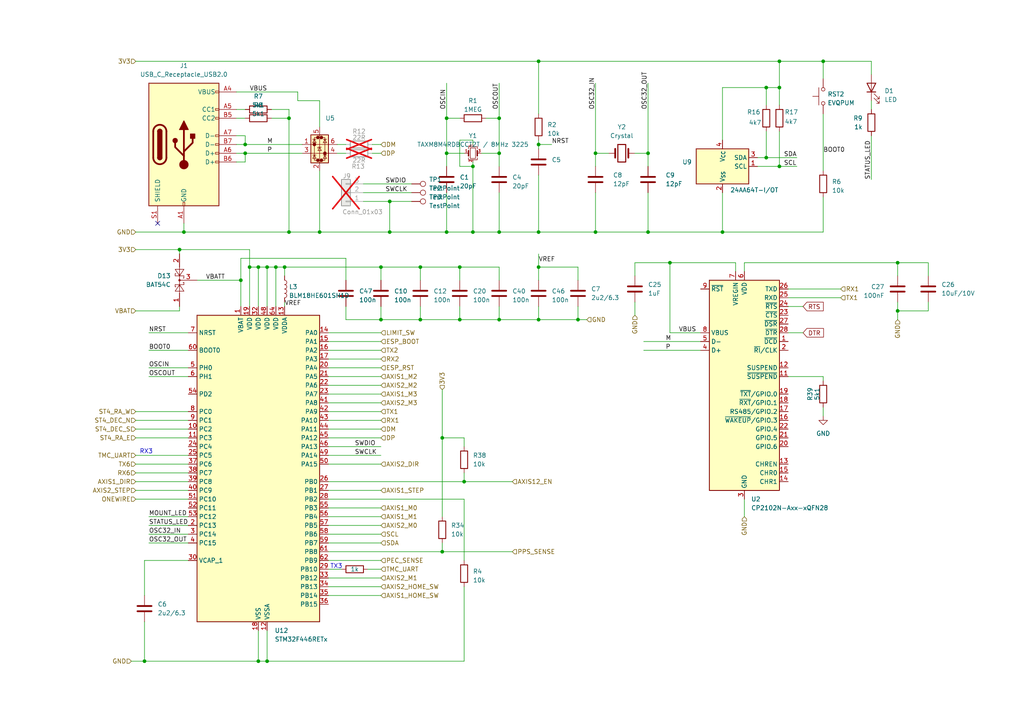
<source format=kicad_sch>
(kicad_sch (version 20250114) (generator "eeschema") (generator_version "9.0")
  (paper "A4")
  (lib_symbols
    (symbol "Connector:TestPoint" (pin_numbers (hide yes)) (pin_names (offset 0.762) (hide yes))
      (property "Reference" "TP" (at 0 6.858 0))
      (property "Value" "TestPoint" (at 0 5.08 0))
      (symbol "TestPoint_1_1"
        (pin passive line (at 0 0 90) (length 2.54) (name "1") (number "1"))
      )
    )
    (symbol "Connector:USB_C_Receptacle_USB2.0_14P" (pin_names (offset 1.016))
      (property "Reference" "J" (at 0 22.225 0))
      (property "Value" "USB_C_Receptacle_USB2.0_14P" (at 0 19.685 0))
      (symbol "USB_C_Receptacle_USB2.0_14P_1_1"
        (pin passive line (at -7.62 -22.86 90) (length 5.08) (name "SHIELD") (number "S1"))
        (pin passive line (at 0 -22.86 90) (length 5.08) (name "GND") (number "A1"))
        (pin passive line (at 0 -22.86 90) (length 5.08) (hide yes) (name "GND") (number "A12"))
        (pin passive line (at 0 -22.86 90) (length 5.08) (hide yes) (name "GND") (number "B1"))
        (pin passive line (at 0 -22.86 90) (length 5.08) (hide yes) (name "GND") (number "B12"))
        (pin passive line (at 15.24 15.24 180) (length 5.08) (name "VBUS") (number "A4"))
        (pin passive line (at 15.24 15.24 180) (length 5.08) (hide yes) (name "VBUS") (number "A9"))
        (pin passive line (at 15.24 15.24 180) (length 5.08) (hide yes) (name "VBUS") (number "B4"))
        (pin passive line (at 15.24 15.24 180) (length 5.08) (hide yes) (name "VBUS") (number "B9"))
        (pin bidirectional line (at 15.24 10.16 180) (length 5.08) (name "CC1") (number "A5"))
        (pin bidirectional line (at 15.24 7.62 180) (length 5.08) (name "CC2") (number "B5"))
        (pin bidirectional line (at 15.24 2.54 180) (length 5.08) (name "D-") (number "A7"))
        (pin bidirectional line (at 15.24 0 180) (length 5.08) (name "D-") (number "B7"))
        (pin bidirectional line (at 15.24 -2.54 180) (length 5.08) (name "D+") (number "A6"))
        (pin bidirectional line (at 15.24 -5.08 180) (length 5.08) (name "D+") (number "B6"))
      )
    )
    (symbol "Connector_Generic:Conn_01x03" (pin_names (offset 1.016) (hide yes))
      (property "Reference" "J" (at 0 5.08 0))
      (property "Value" "Conn_01x03" (at 0 -5.08 0))
      (symbol "Conn_01x03_1_1"
        (pin passive line (at -5.08 2.54 0) (length 3.81) (name "Pin_1") (number "1"))
        (pin passive line (at -5.08 0 0) (length 3.81) (name "Pin_2") (number "2"))
        (pin passive line (at -5.08 -2.54 0) (length 3.81) (name "Pin_3") (number "3"))
      )
    )
    (symbol "Device:C" (pin_numbers (hide yes)) (pin_names (offset 0.254))
      (property "Reference" "C" (at 0.635 2.54 0))
      (property "Value" "C" (at 0.635 -2.54 0))
      (symbol "C_1_1"
        (pin passive line (at 0 3.81 270) (length 2.794) (name "~") (number "1"))
        (pin passive line (at 0 -3.81 90) (length 2.794) (name "~") (number "2"))
      )
    )
    (symbol "Device:Crystal" (pin_numbers (hide yes)) (pin_names (offset 1.016) (hide yes))
      (property "Reference" "Y" (at 0 3.81 0))
      (property "Value" "Crystal" (at 0 -3.81 0))
      (symbol "Crystal_1_1"
        (pin passive line (at -3.81 0 0) (length 1.27) (name "1") (number "1"))
        (pin passive line (at 3.81 0 180) (length 1.27) (name "2") (number "2"))
      )
    )
    (symbol "Device:Crystal_GND24_Small" (pin_names (offset 1.016) (hide yes))
      (property "Reference" "Y" (at 1.27 4.445 0))
      (property "Value" "Crystal_GND24_Small" (at 1.27 2.54 0))
      (symbol "Crystal_GND24_Small_1_1"
        (pin passive line (at -2.54 0 0) (length 1.27) (name "1") (number "1"))
        (pin passive line (at 0 2.54 270) (length 0.635) (name "4") (number "4"))
        (pin passive line (at 0 -2.54 90) (length 0.635) (name "2") (number "2"))
        (pin passive line (at 2.54 0 180) (length 1.27) (name "3") (number "3"))
      )
    )
    (symbol "Device:L" (pin_numbers (hide yes)) (pin_names (offset 1.016) (hide yes))
      (property "Reference" "L" (at -1.27 0 90))
      (property "Value" "L" (at 1.905 0 90))
      (symbol "L_1_1"
        (pin passive line (at 0 3.81 270) (length 1.27) (name "1") (number "1"))
        (pin passive line (at 0 -3.81 90) (length 1.27) (name "2") (number "2"))
      )
    )
    (symbol "Device:LED" (pin_numbers (hide yes)) (pin_names (offset 1.016) (hide yes))
      (property "Reference" "D" (at 0 2.54 0))
      (property "Value" "LED" (at 0 -2.54 0))
      (symbol "LED_1_1"
        (pin passive line (at -3.81 0 0) (length 2.54) (name "K") (number "1"))
        (pin passive line (at 3.81 0 180) (length 2.54) (name "A") (number "2"))
      )
    )
    (symbol "Device:R" (pin_numbers (hide yes)) (pin_names (offset 0))
      (property "Reference" "R" (at 2.032 0 90))
      (property "Value" "R" (at 0 0 90))
      (symbol "R_1_1"
        (pin passive line (at 0 3.81 270) (length 1.27) (name "~") (number "1"))
        (pin passive line (at 0 -3.81 90) (length 1.27) (name "~") (number "2"))
      )
    )
    (symbol "Diode:BAT54C" (pin_names (offset 1.016))
      (property "Reference" "D" (at 0.635 -3.81 0))
      (property "Value" "BAT54C" (at -6.35 3.175 0))
      (symbol "BAT54C_1_1"
        (pin passive line (at -7.62 0 0) (length 3.81) (name "~") (number "1"))
        (pin passive line (at 0 -5.08 90) (length 5.08) (name "~") (number "3"))
        (pin passive line (at 7.62 0 180) (length 3.81) (name "~") (number "2"))
      )
    )
    (symbol "Interface_USB:CP2102N-Axx-xQFN28"
      (property "Reference" "U" (at -8.89 31.75 0))
      (property "Value" "CP2102N-Axx-xQFN28" (at 12.7 31.75 0))
      (symbol "CP2102N-Axx-xQFN28_1_1"
        (pin input line (at -12.7 27.94 0) (length 2.54) (name "~{RST}") (number "9"))
        (pin input line (at -12.7 15.24 0) (length 2.54) (name "VBUS") (number "8"))
        (pin bidirectional line (at -12.7 12.7 0) (length 2.54) (name "D-") (number "5"))
        (pin bidirectional line (at -12.7 10.16 0) (length 2.54) (name "D+") (number "4"))
        (pin no_connect line (at -10.16 -27.94 0) (length 2.54) (hide yes) (name "NC") (number "10"))
        (pin power_in line (at -2.54 33.02 270) (length 2.54) (name "VREGIN") (number "7"))
        (pin power_in line (at 0 33.02 270) (length 2.54) (name "VDD") (number "6"))
        (pin passive line (at 0 -33.02 90) (length 2.54) (hide yes) (name "GND") (number "29"))
        (pin power_in line (at 0 -33.02 90) (length 2.54) (name "GND") (number "3"))
        (pin output line (at 12.7 27.94 180) (length 2.54) (name "TXD") (number "26"))
        (pin input line (at 12.7 25.4 180) (length 2.54) (name "RXD") (number "25"))
        (pin output line (at 12.7 22.86 180) (length 2.54) (name "~{RTS}") (number "24"))
        (pin input line (at 12.7 20.32 180) (length 2.54) (name "~{CTS}") (number "23"))
        (pin input line (at 12.7 17.78 180) (length 2.54) (name "~{DSR}") (number "27"))
        (pin output line (at 12.7 15.24 180) (length 2.54) (name "~{DTR}") (number "28"))
        (pin input line (at 12.7 12.7 180) (length 2.54) (name "~{DCD}") (number "1"))
        (pin bidirectional line (at 12.7 10.16 180) (length 2.54) (name "~{RI}/CLK") (number "2"))
        (pin output line (at 12.7 5.08 180) (length 2.54) (name "SUSPEND") (number "12"))
        (pin output line (at 12.7 2.54 180) (length 2.54) (name "~{SUSPEND}") (number "11"))
        (pin bidirectional line (at 12.7 -2.54 180) (length 2.54) (name "~{TXT}/GPIO.0") (number "19"))
        (pin bidirectional line (at 12.7 -5.08 180) (length 2.54) (name "~{RXT}/GPIO.1") (number "18"))
        (pin bidirectional line (at 12.7 -7.62 180) (length 2.54) (name "RS485/GPIO.2") (number "17"))
        (pin bidirectional line (at 12.7 -10.16 180) (length 2.54) (name "~{WAKEUP}/GPIO.3") (number "16"))
        (pin bidirectional line (at 12.7 -12.7 180) (length 2.54) (name "GPIO.4") (number "22"))
        (pin bidirectional line (at 12.7 -15.24 180) (length 2.54) (name "GPIO.5") (number "21"))
        (pin bidirectional line (at 12.7 -17.78 180) (length 2.54) (name "GPIO.6") (number "20"))
        (pin output line (at 12.7 -22.86 180) (length 2.54) (name "CHREN") (number "13"))
        (pin output line (at 12.7 -25.4 180) (length 2.54) (name "CHR0") (number "15"))
        (pin output line (at 12.7 -27.94 180) (length 2.54) (name "CHR1") (number "14"))
      )
    )
    (symbol "MCU_ST_STM32F4:STM32F446RETx"
      (property "Reference" "U" (at -17.78 46.99 0))
      (property "Value" "STM32F446RETx" (at 10.16 46.99 0))
      (symbol "STM32F446RETx_1_1"
        (pin input line (at -20.32 40.64 0) (length 2.54) (name "NRST") (number "7"))
        (pin input line (at -20.32 35.56 0) (length 2.54) (name "BOOT0") (number "60"))
        (pin bidirectional line (at -20.32 30.48 0) (length 2.54) (name "PH0") (number "5"))
        (pin bidirectional line (at -20.32 27.94 0) (length 2.54) (name "PH1") (number "6"))
        (pin bidirectional line (at -20.32 22.86 0) (length 2.54) (name "PD2") (number "54"))
        (pin bidirectional line (at -20.32 17.78 0) (length 2.54) (name "PC0") (number "8"))
        (pin bidirectional line (at -20.32 15.24 0) (length 2.54) (name "PC1") (number "9"))
        (pin bidirectional line (at -20.32 12.7 0) (length 2.54) (name "PC2") (number "10"))
        (pin bidirectional line (at -20.32 10.16 0) (length 2.54) (name "PC3") (number "11"))
        (pin bidirectional line (at -20.32 7.62 0) (length 2.54) (name "PC4") (number "24"))
        (pin bidirectional line (at -20.32 5.08 0) (length 2.54) (name "PC5") (number "25"))
        (pin bidirectional line (at -20.32 2.54 0) (length 2.54) (name "PC6") (number "37"))
        (pin bidirectional line (at -20.32 0 0) (length 2.54) (name "PC7") (number "38"))
        (pin bidirectional line (at -20.32 -2.54 0) (length 2.54) (name "PC8") (number "39"))
        (pin bidirectional line (at -20.32 -5.08 0) (length 2.54) (name "PC9") (number "40"))
        (pin bidirectional line (at -20.32 -7.62 0) (length 2.54) (name "PC10") (number "51"))
        (pin bidirectional line (at -20.32 -10.16 0) (length 2.54) (name "PC11") (number "52"))
        (pin bidirectional line (at -20.32 -12.7 0) (length 2.54) (name "PC12") (number "53"))
        (pin bidirectional line (at -20.32 -15.24 0) (length 2.54) (name "PC13") (number "2"))
        (pin bidirectional line (at -20.32 -17.78 0) (length 2.54) (name "PC14") (number "3"))
        (pin bidirectional line (at -20.32 -20.32 0) (length 2.54) (name "PC15") (number "4"))
        (pin power_out line (at -20.32 -25.4 0) (length 2.54) (name "VCAP_1") (number "30"))
        (pin power_in line (at -5.08 48.26 270) (length 2.54) (name "VBAT") (number "1"))
        (pin power_in line (at -2.54 48.26 270) (length 2.54) (name "VDD") (number "19"))
        (pin power_in line (at 0 48.26 270) (length 2.54) (name "VDD") (number "32"))
        (pin power_in line (at 0 -45.72 90) (length 2.54) (name "VSS") (number "18"))
        (pin passive line (at 0 -45.72 90) (length 2.54) (hide yes) (name "VSS") (number "31"))
        (pin passive line (at 0 -45.72 90) (length 2.54) (hide yes) (name "VSS") (number "47"))
        (pin passive line (at 0 -45.72 90) (length 2.54) (hide yes) (name "VSS") (number "63"))
        (pin power_in line (at 2.54 48.26 270) (length 2.54) (name "VDD") (number "48"))
        (pin power_in line (at 2.54 -45.72 90) (length 2.54) (name "VSSA") (number "12"))
        (pin power_in line (at 5.08 48.26 270) (length 2.54) (name "VDD") (number "64"))
        (pin power_in line (at 7.62 48.26 270) (length 2.54) (name "VDDA") (number "13"))
        (pin bidirectional line (at 20.32 40.64 180) (length 2.54) (name "PA0") (number "14"))
        (pin bidirectional line (at 20.32 38.1 180) (length 2.54) (name "PA1") (number "15"))
        (pin bidirectional line (at 20.32 35.56 180) (length 2.54) (name "PA2") (number "16"))
        (pin bidirectional line (at 20.32 33.02 180) (length 2.54) (name "PA3") (number "17"))
        (pin bidirectional line (at 20.32 30.48 180) (length 2.54) (name "PA4") (number "20"))
        (pin bidirectional line (at 20.32 27.94 180) (length 2.54) (name "PA5") (number "21"))
        (pin bidirectional line (at 20.32 25.4 180) (length 2.54) (name "PA6") (number "22"))
        (pin bidirectional line (at 20.32 22.86 180) (length 2.54) (name "PA7") (number "23"))
        (pin bidirectional line (at 20.32 20.32 180) (length 2.54) (name "PA8") (number "41"))
        (pin bidirectional line (at 20.32 17.78 180) (length 2.54) (name "PA9") (number "42"))
        (pin bidirectional line (at 20.32 15.24 180) (length 2.54) (name "PA10") (number "43"))
        (pin bidirectional line (at 20.32 12.7 180) (length 2.54) (name "PA11") (number "44"))
        (pin bidirectional line (at 20.32 10.16 180) (length 2.54) (name "PA12") (number "45"))
        (pin bidirectional line (at 20.32 7.62 180) (length 2.54) (name "PA13") (number "46"))
        (pin bidirectional line (at 20.32 5.08 180) (length 2.54) (name "PA14") (number "49"))
        (pin bidirectional line (at 20.32 2.54 180) (length 2.54) (name "PA15") (number "50"))
        (pin bidirectional line (at 20.32 -2.54 180) (length 2.54) (name "PB0") (number "26"))
        (pin bidirectional line (at 20.32 -5.08 180) (length 2.54) (name "PB1") (number "27"))
        (pin bidirectional line (at 20.32 -7.62 180) (length 2.54) (name "PB2") (number "28"))
        (pin bidirectional line (at 20.32 -10.16 180) (length 2.54) (name "PB3") (number "55"))
        (pin bidirectional line (at 20.32 -12.7 180) (length 2.54) (name "PB4") (number "56"))
        (pin bidirectional line (at 20.32 -15.24 180) (length 2.54) (name "PB5") (number "57"))
        (pin bidirectional line (at 20.32 -17.78 180) (length 2.54) (name "PB6") (number "58"))
        (pin bidirectional line (at 20.32 -20.32 180) (length 2.54) (name "PB7") (number "59"))
        (pin bidirectional line (at 20.32 -22.86 180) (length 2.54) (name "PB8") (number "61"))
        (pin bidirectional line (at 20.32 -25.4 180) (length 2.54) (name "PB9") (number "62"))
        (pin bidirectional line (at 20.32 -27.94 180) (length 2.54) (name "PB10") (number "29"))
        (pin bidirectional line (at 20.32 -30.48 180) (length 2.54) (name "PB12") (number "33"))
        (pin bidirectional line (at 20.32 -33.02 180) (length 2.54) (name "PB13") (number "34"))
        (pin bidirectional line (at 20.32 -35.56 180) (length 2.54) (name "PB14") (number "35"))
        (pin bidirectional line (at 20.32 -38.1 180) (length 2.54) (name "PB15") (number "36"))
      )
    )
    (symbol "Memory_EEPROM:24AA02E-OT"
      (property "Reference" "U" (at -7.62 6.35 0))
      (property "Value" "24AA02E-OT" (at 2.54 -6.35 0))
      (symbol "24AA02E-OT_1_1"
        (pin no_connect line (at -10.16 0 0) (length 2.54) (hide yes) (name "NC") (number "5"))
        (pin power_in line (at 0 7.62 270) (length 2.54) (name "V_{CC}") (number "4"))
        (pin power_in line (at 0 -7.62 90) (length 2.54) (name "V_{SS}") (number "2"))
        (pin bidirectional line (at 10.16 2.54 180) (length 2.54) (name "SDA") (number "3"))
        (pin input line (at 10.16 0 180) (length 2.54) (name "SCL") (number "1"))
      )
    )
    (symbol "Power_Protection:USBLC6-2SC6" (pin_names (hide yes))
      (property "Reference" "U" (at 0.635 5.715 0))
      (property "Value" "USBLC6-2SC6" (at 0.635 3.81 0))
      (symbol "USBLC6-2SC6_1_1"
        (pin passive line (at -5.08 0 0) (length 2.54) (name "I/O1") (number "1"))
        (pin passive line (at -5.08 -2.54 0) (length 2.54) (name "I/O2") (number "3"))
        (pin passive line (at 0 5.08 270) (length 2.54) (name "VBUS") (number "5"))
        (pin passive line (at 0 -7.62 90) (length 2.54) (name "GND") (number "2"))
        (pin passive line (at 5.08 0 180) (length 2.54) (name "I/O1") (number "6"))
        (pin passive line (at 5.08 -2.54 180) (length 2.54) (name "I/O2") (number "4"))
      )
    )
    (symbol "Switch:SW_Push" (pin_numbers (hide yes)) (pin_names (offset 1.016) (hide yes))
      (property "Reference" "SW" (at 1.27 2.54 0))
      (property "Value" "SW_Push" (at 0 -1.524 0))
      (symbol "SW_Push_0_1"
        (pin passive line (at -5.08 0 0) (length 2.54) (name "1") (number "1"))
        (pin passive line (at 5.08 0 180) (length 2.54) (name "2") (number "2"))
      )
    )
    (symbol "power:GND" (power) (pin_names (offset 0))
      (property "Value" "GND" (at 0 -3.81 0))
      (symbol "GND_1_1"
        (pin power_in line (at 0 0 270) (length 0) (hide yes) (name "GND") (number "1"))
      )
    )
  )
  (text "TX3" (at 97.536 164.338 0) (effects (font (size 1.27 1.27))))
  (text "RX3" (at 42.418 131.064 0) (effects (font (size 1.27 1.27))))
  (junction (at 83.82 67.31))
  (junction (at 238.76 17.78))
  (junction (at 260.35 76.2))
  (junction (at 156.21 67.31))
  (junction (at 71.12 44.45))
  (junction (at 134.62 139.7))
  (junction (at 172.72 67.31))
  (junction (at 129.54 34.29))
  (junction (at 144.78 67.31))
  (junction (at 226.06 25.4))
  (junction (at 74.93 77.47))
  (junction (at 121.92 92.71))
  (junction (at 144.78 44.45))
  (junction (at 209.55 67.31))
  (junction (at 222.25 25.4))
  (junction (at 156.21 77.47))
  (junction (at 187.96 44.45))
  (junction (at 80.01 77.47))
  (junction (at 156.21 17.78))
  (junction (at 74.93 191.77))
  (junction (at 128.27 127))
  (junction (at 133.35 77.47))
  (junction (at 156.21 41.91))
  (junction (at 129.54 44.45))
  (junction (at 226.06 17.78))
  (junction (at 71.12 41.91))
  (junction (at 129.54 67.31))
  (junction (at 72.39 77.47))
  (junction (at 77.47 191.77))
  (junction (at 144.78 92.71))
  (junction (at 144.78 34.29))
  (junction (at 137.16 67.31))
  (junction (at 53.34 67.31))
  (junction (at 83.82 34.29))
  (junction (at 113.03 67.31))
  (junction (at 113.03 58.42))
  (junction (at 69.85 81.28))
  (junction (at 128.27 160.02))
  (junction (at 172.72 44.45))
  (junction (at 41.91 191.77))
  (junction (at 82.55 77.47))
  (junction (at 110.49 77.47))
  (junction (at 194.31 76.2))
  (junction (at 133.35 92.71))
  (junction (at 187.96 67.31))
  (junction (at 167.64 92.71))
  (junction (at 92.71 67.31))
  (junction (at 77.47 77.47))
  (junction (at 156.21 92.71))
  (junction (at 222.25 45.72))
  (junction (at 137.16 48.26))
  (junction (at 52.07 72.39))
  (junction (at 121.92 77.47))
  (junction (at 260.35 90.17))
  (junction (at 110.49 92.71))
  (junction (at 226.06 48.26))
  (no_connect (at 45.72 64.77))
  (wire (pts (xy 54.61 132.08) (xy 39.37 132.08)))
  (wire (pts (xy 184.15 80.01) (xy 184.15 76.2)))
  (wire (pts (xy 95.25 160.02) (xy 128.27 160.02)))
  (wire (pts (xy 213.36 78.74) (xy 213.36 76.2)))
  (wire (pts (xy 167.64 81.28) (xy 167.64 77.47)))
  (wire (pts (xy 54.61 137.16) (xy 39.37 137.16)))
  (wire (pts (xy 144.78 92.71) (xy 156.21 92.71)))
  (wire (pts (xy 71.12 44.45) (xy 68.58 44.45)))
  (wire (pts (xy 121.92 88.9) (xy 121.92 92.71)))
  (wire (pts (xy 172.72 55.88) (xy 172.72 67.31)))
  (wire (pts (xy 82.55 80.01) (xy 82.55 77.47)))
  (wire (pts (xy 110.49 88.9) (xy 110.49 92.71)))
  (wire (pts (xy 260.35 90.17) (xy 260.35 92.71)))
  (wire (pts (xy 137.16 46.99) (xy 137.16 48.26)))
  (wire (pts (xy 121.92 77.47) (xy 133.35 77.47)))
  (wire (pts (xy 137.16 41.91) (xy 137.16 40.64)))
  (wire (pts (xy 222.25 25.4) (xy 222.25 30.48)))
  (wire (pts (xy 121.92 92.71) (xy 133.35 92.71)))
  (wire (pts (xy 156.21 92.71) (xy 156.21 88.9)))
  (wire (pts (xy 137.16 48.26) (xy 137.16 67.31)))
  (wire (pts (xy 97.79 44.45) (xy 100.33 44.45)))
  (wire (pts (xy 228.6 86.36) (xy 243.84 86.36)))
  (wire (pts (xy 144.78 67.31) (xy 156.21 67.31)))
  (wire (pts (xy 156.21 67.31) (xy 172.72 67.31)))
  (wire (pts (xy 72.39 72.39) (xy 72.39 77.47)))
  (wire (pts (xy 134.62 144.78) (xy 134.62 162.56)))
  (wire (pts (xy 133.35 40.64) (xy 133.35 48.26)))
  (wire (pts (xy 137.16 67.31) (xy 144.78 67.31)))
  (wire (pts (xy 133.35 92.71) (xy 144.78 92.71)))
  (wire (pts (xy 129.54 55.88) (xy 129.54 67.31)))
  (wire (pts (xy 238.76 17.78) (xy 238.76 22.86)))
  (wire (pts (xy 110.49 77.47) (xy 121.92 77.47)))
  (wire (pts (xy 226.06 17.78) (xy 238.76 17.78)))
  (wire (pts (xy 95.25 129.54) (xy 110.49 129.54)))
  (wire (pts (xy 53.34 67.31) (xy 83.82 67.31)))
  (wire (pts (xy 100.33 88.9) (xy 100.33 92.71)))
  (wire (pts (xy 129.54 34.29) (xy 129.54 44.45)))
  (wire (pts (xy 238.76 109.22) (xy 238.76 110.49)))
  (wire (pts (xy 110.49 99.06) (xy 95.25 99.06)))
  (wire (pts (xy 160.02 41.91) (xy 156.21 41.91)))
  (wire (pts (xy 226.06 48.26) (xy 231.14 48.26)))
  (wire (pts (xy 121.92 77.47) (xy 121.92 81.28)))
  (wire (pts (xy 228.6 96.52) (xy 232.918 96.52)))
  (wire (pts (xy 95.25 121.92) (xy 110.49 121.92)))
  (wire (pts (xy 167.64 88.9) (xy 167.64 92.71)))
  (wire (pts (xy 52.07 72.39) (xy 72.39 72.39)))
  (wire (pts (xy 86.36 29.21) (xy 86.36 26.67)))
  (wire (pts (xy 133.35 77.47) (xy 144.78 77.47)))
  (wire (pts (xy 43.18 154.94) (xy 54.61 154.94)))
  (wire (pts (xy 57.15 81.28) (xy 69.85 81.28)))
  (wire (pts (xy 41.91 172.72) (xy 41.91 162.56)))
  (wire (pts (xy 110.49 147.32) (xy 95.25 147.32)))
  (wire (pts (xy 39.37 119.38) (xy 54.61 119.38)))
  (wire (pts (xy 95.25 116.84) (xy 110.49 116.84)))
  (wire (pts (xy 38.1 191.77) (xy 41.91 191.77)))
  (wire (pts (xy 43.18 157.48) (xy 54.61 157.48)))
  (wire (pts (xy 184.15 44.45) (xy 187.96 44.45)))
  (wire (pts (xy 252.73 17.78) (xy 238.76 17.78)))
  (wire (pts (xy 80.01 77.47) (xy 82.55 77.47)))
  (wire (pts (xy 172.72 67.31) (xy 187.96 67.31)))
  (wire (pts (xy 215.9 76.2) (xy 260.35 76.2)))
  (wire (pts (xy 144.78 48.26) (xy 144.78 44.45)))
  (wire (pts (xy 54.61 134.62) (xy 39.37 134.62)))
  (wire (pts (xy 187.96 67.31) (xy 187.96 55.88)))
  (wire (pts (xy 107.95 41.91) (xy 110.49 41.91)))
  (wire (pts (xy 226.06 25.4) (xy 222.25 25.4)))
  (wire (pts (xy 167.64 77.47) (xy 156.21 77.47)))
  (wire (pts (xy 39.37 67.31) (xy 53.34 67.31)))
  (wire (pts (xy 215.9 76.2) (xy 215.9 78.74)))
  (wire (pts (xy 219.71 48.26) (xy 226.06 48.26)))
  (wire (pts (xy 71.12 44.45) (xy 87.63 44.45)))
  (wire (pts (xy 74.93 88.9) (xy 74.93 77.47)))
  (wire (pts (xy 238.76 67.31) (xy 238.76 57.15)))
  (wire (pts (xy 43.18 152.4) (xy 54.61 152.4)))
  (wire (pts (xy 43.18 109.22) (xy 54.61 109.22)))
  (wire (pts (xy 269.24 76.2) (xy 269.24 80.01)))
  (wire (pts (xy 71.12 41.91) (xy 87.63 41.91)))
  (wire (pts (xy 68.58 39.37) (xy 71.12 39.37)))
  (wire (pts (xy 194.31 76.2) (xy 213.36 76.2)))
  (wire (pts (xy 129.54 24.13) (xy 129.54 34.29)))
  (wire (pts (xy 228.6 109.22) (xy 238.76 109.22)))
  (wire (pts (xy 110.49 92.71) (xy 121.92 92.71)))
  (wire (pts (xy 144.78 88.9) (xy 144.78 92.71)))
  (wire (pts (xy 39.37 90.17) (xy 52.07 90.17)))
  (wire (pts (xy 39.37 142.24) (xy 54.61 142.24)))
  (wire (pts (xy 226.06 38.1) (xy 226.06 48.26)))
  (wire (pts (xy 92.71 67.31) (xy 83.82 67.31)))
  (wire (pts (xy 144.78 77.47) (xy 144.78 81.28)))
  (wire (pts (xy 113.03 58.42) (xy 119.38 58.42)))
  (wire (pts (xy 228.6 88.9) (xy 232.918 88.9)))
  (wire (pts (xy 82.55 77.47) (xy 110.49 77.47)))
  (wire (pts (xy 156.21 73.66) (xy 156.21 77.47)))
  (wire (pts (xy 252.73 39.37) (xy 252.73 52.07)))
  (wire (pts (xy 129.54 44.45) (xy 134.62 44.45)))
  (wire (pts (xy 209.55 67.31) (xy 238.76 67.31)))
  (wire (pts (xy 186.69 99.06) (xy 203.2 99.06)))
  (wire (pts (xy 39.37 127) (xy 54.61 127)))
  (wire (pts (xy 144.78 67.31) (xy 144.78 55.88)))
  (wire (pts (xy 107.95 44.45) (xy 110.49 44.45)))
  (wire (pts (xy 68.58 41.91) (xy 71.12 41.91)))
  (wire (pts (xy 95.25 104.14) (xy 110.49 104.14)))
  (wire (pts (xy 105.41 55.88) (xy 119.38 55.88)))
  (wire (pts (xy 187.96 24.13) (xy 187.96 44.45)))
  (wire (pts (xy 113.03 58.42) (xy 113.03 67.31)))
  (wire (pts (xy 129.54 44.45) (xy 129.54 48.26)))
  (wire (pts (xy 184.15 87.63) (xy 184.15 91.44)))
  (wire (pts (xy 226.06 17.78) (xy 226.06 25.4)))
  (wire (pts (xy 54.61 139.7) (xy 39.37 139.7)))
  (wire (pts (xy 133.35 88.9) (xy 133.35 92.71)))
  (wire (pts (xy 184.15 76.2) (xy 194.31 76.2)))
  (wire (pts (xy 209.55 55.88) (xy 209.55 67.31)))
  (wire (pts (xy 92.71 36.83) (xy 92.71 29.21)))
  (wire (pts (xy 260.35 76.2) (xy 269.24 76.2)))
  (wire (pts (xy 172.72 44.45) (xy 172.72 48.26)))
  (wire (pts (xy 72.39 88.9) (xy 72.39 77.47)))
  (wire (pts (xy 252.73 31.75) (xy 252.73 29.21)))
  (wire (pts (xy 43.18 106.68) (xy 54.61 106.68)))
  (wire (pts (xy 77.47 191.77) (xy 134.62 191.77)))
  (wire (pts (xy 144.78 24.13) (xy 144.78 34.29)))
  (wire (pts (xy 194.31 96.52) (xy 203.2 96.52)))
  (wire (pts (xy 133.35 34.29) (xy 129.54 34.29)))
  (wire (pts (xy 83.82 31.75) (xy 83.82 34.29)))
  (wire (pts (xy 269.24 90.17) (xy 269.24 87.63)))
  (wire (pts (xy 128.27 157.48) (xy 128.27 160.02)))
  (wire (pts (xy 172.72 44.45) (xy 176.53 44.45)))
  (wire (pts (xy 252.73 17.78) (xy 252.73 21.59)))
  (wire (pts (xy 95.25 111.76) (xy 110.49 111.76)))
  (wire (pts (xy 68.58 34.29) (xy 71.12 34.29)))
  (wire (pts (xy 172.72 24.13) (xy 172.72 44.45)))
  (wire (pts (xy 95.25 124.46) (xy 110.49 124.46)))
  (wire (pts (xy 43.18 96.52) (xy 54.61 96.52)))
  (wire (pts (xy 69.85 74.93) (xy 100.33 74.93)))
  (wire (pts (xy 95.25 157.48) (xy 110.49 157.48)))
  (wire (pts (xy 83.82 34.29) (xy 83.82 67.31)))
  (wire (pts (xy 39.37 121.92) (xy 54.61 121.92)))
  (wire (pts (xy 41.91 180.34) (xy 41.91 191.77)))
  (wire (pts (xy 78.74 31.75) (xy 83.82 31.75)))
  (wire (pts (xy 92.71 49.53) (xy 92.71 67.31)))
  (wire (pts (xy 156.21 92.71) (xy 167.64 92.71)))
  (wire (pts (xy 226.06 25.4) (xy 226.06 30.48)))
  (wire (pts (xy 187.96 48.26) (xy 187.96 44.45)))
  (wire (pts (xy 156.21 17.78) (xy 226.06 17.78)))
  (wire (pts (xy 68.58 31.75) (xy 71.12 31.75)))
  (wire (pts (xy 228.6 83.82) (xy 243.84 83.82)))
  (wire (pts (xy 100.33 92.71) (xy 110.49 92.71)))
  (wire (pts (xy 139.7 44.45) (xy 144.78 44.45)))
  (wire (pts (xy 71.12 46.99) (xy 71.12 44.45)))
  (wire (pts (xy 68.58 46.99) (xy 71.12 46.99)))
  (wire (pts (xy 222.25 25.4) (xy 209.55 25.4)))
  (wire (pts (xy 110.49 152.4) (xy 95.25 152.4)))
  (wire (pts (xy 105.41 53.34) (xy 119.38 53.34)))
  (wire (pts (xy 222.25 45.72) (xy 231.14 45.72)))
  (wire (pts (xy 82.55 88.9) (xy 82.55 87.63)))
  (wire (pts (xy 110.49 142.24) (xy 95.25 142.24)))
  (wire (pts (xy 110.49 96.52) (xy 95.25 96.52)))
  (wire (pts (xy 80.01 88.9) (xy 80.01 77.47)))
  (wire (pts (xy 110.49 170.18) (xy 95.25 170.18)))
  (wire (pts (xy 134.62 139.7) (xy 148.59 139.7)))
  (wire (pts (xy 74.93 182.88) (xy 74.93 191.77)))
  (wire (pts (xy 260.35 90.17) (xy 269.24 90.17)))
  (wire (pts (xy 92.71 67.31) (xy 113.03 67.31)))
  (wire (pts (xy 144.78 34.29) (xy 140.97 34.29)))
  (wire (pts (xy 77.47 182.88) (xy 77.47 191.77)))
  (wire (pts (xy 95.25 144.78) (xy 134.62 144.78)))
  (wire (pts (xy 95.25 162.56) (xy 110.49 162.56)))
  (wire (pts (xy 95.25 101.6) (xy 110.49 101.6)))
  (wire (pts (xy 110.49 149.86) (xy 95.25 149.86)))
  (wire (pts (xy 69.85 81.28) (xy 69.85 88.9)))
  (wire (pts (xy 74.93 77.47) (xy 77.47 77.47)))
  (wire (pts (xy 134.62 127) (xy 128.27 127)))
  (wire (pts (xy 194.31 76.2) (xy 194.31 96.52)))
  (wire (pts (xy 72.39 77.47) (xy 74.93 77.47)))
  (wire (pts (xy 95.25 119.38) (xy 110.49 119.38)))
  (wire (pts (xy 53.34 64.77) (xy 53.34 67.31)))
  (wire (pts (xy 215.9 144.78) (xy 215.9 149.86)))
  (wire (pts (xy 133.35 48.26) (xy 137.16 48.26)))
  (wire (pts (xy 187.96 67.31) (xy 209.55 67.31)))
  (wire (pts (xy 68.58 26.67) (xy 86.36 26.67)))
  (wire (pts (xy 209.55 25.4) (xy 209.55 40.64)))
  (wire (pts (xy 41.91 162.56) (xy 54.61 162.56)))
  (wire (pts (xy 41.91 191.77) (xy 74.93 191.77)))
  (wire (pts (xy 238.76 118.11) (xy 238.76 120.65)))
  (wire (pts (xy 156.21 50.8) (xy 156.21 67.31)))
  (wire (pts (xy 95.25 109.22) (xy 110.49 109.22)))
  (wire (pts (xy 222.25 38.1) (xy 222.25 45.72)))
  (wire (pts (xy 54.61 149.86) (xy 43.18 149.86)))
  (wire (pts (xy 69.85 81.28) (xy 69.85 74.93)))
  (wire (pts (xy 144.78 44.45) (xy 144.78 34.29)))
  (wire (pts (xy 95.25 132.08) (xy 110.49 132.08)))
  (wire (pts (xy 95.25 114.3) (xy 110.49 114.3)))
  (wire (pts (xy 52.07 72.39) (xy 52.07 73.66)))
  (wire (pts (xy 78.74 34.29) (xy 83.82 34.29)))
  (wire (pts (xy 134.62 191.77) (xy 134.62 170.18)))
  (wire (pts (xy 110.49 106.68) (xy 95.25 106.68)))
  (wire (pts (xy 260.35 80.01) (xy 260.35 76.2)))
  (wire (pts (xy 167.64 92.71) (xy 170.18 92.71)))
  (wire (pts (xy 128.27 160.02) (xy 148.59 160.02)))
  (wire (pts (xy 71.12 39.37) (xy 71.12 41.91)))
  (wire (pts (xy 74.93 191.77) (xy 77.47 191.77)))
  (wire (pts (xy 77.47 77.47) (xy 80.01 77.47)))
  (wire (pts (xy 95.25 139.7) (xy 134.62 139.7)))
  (wire (pts (xy 95.25 127) (xy 110.49 127)))
  (wire (pts (xy 156.21 17.78) (xy 156.21 33.02)))
  (wire (pts (xy 39.37 124.46) (xy 54.61 124.46)))
  (wire (pts (xy 52.07 88.9) (xy 52.07 90.17)))
  (wire (pts (xy 110.49 172.72) (xy 95.25 172.72)))
  (wire (pts (xy 128.27 113.03) (xy 128.27 127)))
  (wire (pts (xy 110.49 77.47) (xy 110.49 81.28)))
  (wire (pts (xy 77.47 88.9) (xy 77.47 77.47)))
  (wire (pts (xy 260.35 87.63) (xy 260.35 90.17)))
  (wire (pts (xy 219.71 45.72) (xy 222.25 45.72)))
  (wire (pts (xy 95.25 165.1) (xy 99.06 165.1)))
  (wire (pts (xy 128.27 127) (xy 128.27 149.86)))
  (wire (pts (xy 156.21 77.47) (xy 156.21 81.28)))
  (wire (pts (xy 43.18 101.6) (xy 54.61 101.6)))
  (wire (pts (xy 95.25 154.94) (xy 110.49 154.94)))
  (wire (pts (xy 105.41 58.42) (xy 113.03 58.42)))
  (wire (pts (xy 134.62 129.54) (xy 134.62 127)))
  (wire (pts (xy 238.76 33.02) (xy 238.76 49.53)))
  (wire (pts (xy 92.71 29.21) (xy 86.36 29.21)))
  (wire (pts (xy 156.21 41.91) (xy 156.21 43.18)))
  (wire (pts (xy 97.79 41.91) (xy 100.33 41.91)))
  (wire (pts (xy 156.21 40.64) (xy 156.21 41.91)))
  (wire (pts (xy 110.49 167.64) (xy 95.25 167.64)))
  (wire (pts (xy 133.35 77.47) (xy 133.35 81.28)))
  (wire (pts (xy 106.68 165.1) (xy 110.49 165.1)))
  (wire (pts (xy 39.37 144.78) (xy 54.61 144.78)))
  (wire (pts (xy 137.16 40.64) (xy 133.35 40.64)))
  (wire (pts (xy 110.49 134.62) (xy 95.25 134.62)))
  (wire (pts (xy 113.03 67.31) (xy 129.54 67.31)))
  (wire (pts (xy 100.33 74.93) (xy 100.33 81.28)))
  (wire (pts (xy 186.69 101.6) (xy 203.2 101.6)))
  (wire (pts (xy 134.62 137.16) (xy 134.62 139.7)))
  (wire (pts (xy 39.37 17.78) (xy 156.21 17.78)))
  (wire (pts (xy 129.54 67.31) (xy 137.16 67.31)))
  (wire (pts (xy 39.37 72.39) (xy 52.07 72.39)))
  (label "OSC32_IN" (at 43.18 154.94 0))
  (label "BOOT0" (at 43.18 101.6 0))
  (label "VREF" (at 156.21 76.2 0))
  (label "VBATT" (at 59.69 81.28 0))
  (label "M" (at 193.04 99.06 0))
  (label "P" (at 193.04 101.6 0))
  (label "OSCOUT" (at 43.18 109.22 0))
  (label "M" (at 77.47 41.91 0))
  (label "OSCOUT" (at 144.78 31.75 90))
  (label "VBUS" (at 196.85 96.52 0))
  (label "BOOT0" (at 238.76 44.45 0))
  (label "SWDIO" (at 111.76 53.34 0))
  (label "SWCLK" (at 111.76 55.88 0))
  (label "MOUNT_LED" (at 43.18 149.86 0))
  (label "SDA" (at 227.33 45.72 0))
  (label "OSC32_IN" (at 172.72 31.75 90))
  (label "SCL" (at 227.33 48.26 0))
  (label "NRST" (at 160.02 41.91 0))
  (label "VBUS" (at 72.39 26.67 0))
  (label "OSC32_OUT" (at 43.18 157.48 0))
  (label "OSCIN" (at 129.54 31.75 90))
  (label "SWDIO" (at 102.87 129.54 0))
  (label "STATUS_LED" (at 43.18 152.4 0))
  (label "OSCIN" (at 43.18 106.68 0))
  (label "OSC32_OUT" (at 187.96 31.75 90))
  (label "VREF" (at 82.55 88.9 0))
  (label "SWCLK" (at 102.87 132.08 0))
  (label "NRST" (at 43.18 96.52 0))
  (label "P" (at 77.47 44.45 0))
  (label "STATUS_LED" (at 252.73 52.07 90))
  (global_label "RTS" (shape input) (at 232.918 88.9 0) (property "Intersheetrefs" "${INTERSHEET_REFS}" (effects (hide yes))))
  (global_label "DTR" (shape input) (at 232.918 96.52 0) (property "Intersheetrefs" "${INTERSHEET_REFS}" (effects (hide yes))))
  (hierarchical_label "DM" (shape input) (at 110.49 41.91 0))
  (hierarchical_label "AXIS2_M2" (shape input) (at 110.49 111.76 0))
  (hierarchical_label "TMC_UART" (shape input) (at 110.49 165.1 0))
  (hierarchical_label "ST4_DEC_N" (shape input) (at 39.37 121.92 180))
  (hierarchical_label "AXIS2_HOME_SW" (shape input) (at 110.49 170.18 0))
  (hierarchical_label "RX6" (shape input) (at 39.37 137.16 180))
  (hierarchical_label "GND" (shape input) (at 184.15 91.44 270))
  (hierarchical_label "AXIS1_M2" (shape input) (at 110.49 109.22 0))
  (hierarchical_label "AXIS2_M1" (shape input) (at 110.49 167.64 0))
  (hierarchical_label "AXIS1_M1" (shape input) (at 110.49 149.86 0))
  (hierarchical_label "TX1" (shape input) (at 243.84 86.36 0))
  (hierarchical_label "AXIS2_DIR" (shape input) (at 110.49 134.62 0))
  (hierarchical_label "SCL" (shape input) (at 110.49 154.94 0))
  (hierarchical_label "RX2" (shape input) (at 110.49 104.14 0))
  (hierarchical_label "GND" (shape input) (at 39.37 67.31 180))
  (hierarchical_label "ESP_RST" (shape input) (at 110.49 106.68 0))
  (hierarchical_label "RX1" (shape input) (at 110.49 121.92 0))
  (hierarchical_label "ST4_DEC_S" (shape input) (at 39.37 124.46 180))
  (hierarchical_label "AXIS1_DIR" (shape input) (at 39.37 139.7 180))
  (hierarchical_label "GND" (shape input) (at 260.35 92.71 270))
  (hierarchical_label "VBAT" (shape input) (at 39.37 90.17 180))
  (hierarchical_label "RX1" (shape input) (at 243.84 83.82 0))
  (hierarchical_label "ESP_BOOT" (shape input) (at 110.49 99.06 0))
  (hierarchical_label "3V3" (shape input) (at 39.37 17.78 180))
  (hierarchical_label "DM" (shape input) (at 110.49 124.46 0))
  (hierarchical_label "ST4_RA_W" (shape input) (at 39.37 119.38 180))
  (hierarchical_label "AXIS1_M0" (shape input) (at 110.49 147.32 0))
  (hierarchical_label "AXIS1_STEP" (shape input) (at 110.49 142.24 0))
  (hierarchical_label "GND" (shape input) (at 170.18 92.71 0))
  (hierarchical_label "DP" (shape input) (at 110.49 127 0))
  (hierarchical_label "ST4_RA_E" (shape input) (at 39.37 127 180))
  (hierarchical_label "AXIS2_M0" (shape input) (at 110.49 152.4 0))
  (hierarchical_label "TX1" (shape input) (at 110.49 119.38 0))
  (hierarchical_label "PEC_SENSE" (shape input) (at 110.49 162.56 0))
  (hierarchical_label "LIMIT_SW" (shape input) (at 110.49 96.52 0))
  (hierarchical_label "TX2" (shape input) (at 110.49 101.6 0))
  (hierarchical_label "SDA" (shape input) (at 110.49 157.48 0))
  (hierarchical_label "AXIS1_M3" (shape input) (at 110.49 114.3 0))
  (hierarchical_label "AXIS2_STEP" (shape input) (at 39.37 142.24 180))
  (hierarchical_label "3V3" (shape input) (at 128.27 113.03 90))
  (hierarchical_label "3V3" (shape input) (at 39.37 72.39 180))
  (hierarchical_label "PPS_SENSE" (shape input) (at 148.59 160.02 0))
  (hierarchical_label "TMC_UART" (shape input) (at 39.37 132.08 180))
  (hierarchical_label "AXIS1_HOME_SW" (shape input) (at 110.49 172.72 0))
  (hierarchical_label "GND" (shape input) (at 38.1 191.77 180))
  (hierarchical_label "GND" (shape input) (at 215.9 149.86 270))
  (hierarchical_label "DP" (shape input) (at 110.49 44.45 0))
  (hierarchical_label "AXIS12_EN" (shape input) (at 148.59 139.7 0))
  (hierarchical_label "AXIS2_M3" (shape input) (at 110.49 116.84 0))
  (hierarchical_label "TX6" (shape input) (at 39.37 134.62 180))
  (hierarchical_label "ONEWIRE" (shape input) (at 39.37 144.78 180))
  (symbol (lib_id "Device:R") (at 104.14 44.45 90) (mirror x) (unit 1) (in_bom no) (on_board no) (dnp yes)
    (property "Reference" "R13" (at 103.886 48.26 90))
    (property "Value" "22R" (at 104.14 46.482 90))
    (property "Footprint" "Resistor_SMD:R_0402_1005Metric" (effects (hide yes)))
  )
  (symbol (lib_id "Device:C") (at 260.35 83.82 0) (mirror y) (unit 1)
    (property "Reference" "C27" (at 256.54 83.185 0) (effects (justify left)))
    (property "Value" "100nF" (at 256.54 85.725 0) (effects (justify left)))
    (property "Footprint" "Capacitor_SMD:C_0402_1005Metric" (effects (hide yes)))
  )
  (symbol (lib_id "Device:R") (at 156.21 36.83 180) (unit 1)
    (property "Reference" "R2" (at 158.75 36.195 0) (effects (justify right)))
    (property "Value" "10k" (at 158.75 38.735 0) (effects (justify right)))
    (property "Footprint" "Capacitor_SMD:C_0402_1005Metric" (effects (hide yes)))
  )
  (symbol (lib_id "Device:R") (at 226.06 34.29 180) (unit 1)
    (property "Reference" "R17" (at 227.584 32.512 0) (effects (justify right)))
    (property "Value" "4k7" (at 227.584 35.306 0) (effects (justify right)))
    (property "Footprint" "Resistor_SMD:R_0402_1005Metric" (effects (hide yes)))
  )
  (symbol (lib_id "Device:C") (at 144.78 52.07 0) (unit 1)
    (property "Reference" "C4" (at 148.59 51.435 0) (effects (justify left)))
    (property "Value" "20pF" (at 148.59 53.975 0) (effects (justify left)))
    (property "Footprint" "Capacitor_SMD:C_0402_1005Metric" (effects (hide yes)))
  )
  (symbol (lib_id "Device:C") (at 100.33 85.09 0) (unit 1)
    (property "Reference" "C47" (at 104.14 84.455 0) (effects (justify left)))
    (property "Value" "100n" (at 104.14 86.995 0) (effects (justify left)))
    (property "Footprint" "Capacitor_SMD:C_0402_1005Metric" (effects (hide yes)))
  )
  (symbol (lib_id "power:GND") (at 238.76 120.65 0) (mirror y) (unit 1)
    (property "Reference" "#PWR03" (effects (hide yes)))
    (property "Value" "GND" (at 238.76 125.73 0))
  )
  (symbol (lib_id "Connector:USB_C_Receptacle_USB2.0_14P") (at 53.34 41.91 0) (unit 1)
    (property "Reference" "J1" (at 53.34 19.05 0))
    (property "Value" "USB_C_Receptacle_USB2.0" (at 53.34 21.59 0))
    (property "Footprint" "Connector_USB:USB_C_Receptacle_G-Switch_GT-USB-7010ASV" (effects (hide yes)))
    (property "Datasheet" "https://www.usb.org/sites/default/files/documents/usb_type-c.zip" (effects (hide yes)))
    (property "Description" "USB 2.0-only 14P Type-C Receptacle connector" (effects (hide yes)))
  )
  (symbol (lib_id "Device:C") (at 269.24 83.82 0) (unit 1)
    (property "Reference" "C26" (at 273.05 82.5499 0) (effects (justify left)))
    (property "Value" "10uF/10V" (at 273.05 85.0899 0) (effects (justify left)))
    (property "Footprint" "Capacitor_SMD:C_0603_1608Metric" (effects (hide yes)))
  )
  (symbol (lib_id "Diode:BAT54C") (at 52.07 81.28 90) (unit 1)
    (property "Reference" "D13" (at 49.53 80.0099 90) (effects (justify left)))
    (property "Value" "BAT54C" (at 49.53 82.5499 90) (effects (justify left)))
    (property "Footprint" "Package_TO_SOT_SMD:SOT-23" (effects (hide yes)))
    (property "Datasheet" "http://www.diodes.com/_files/datasheets/ds11005.pdf" (effects (hide yes)))
    (property "Description" "dual schottky barrier diode, common cathode" (effects (hide yes)))
  )
  (symbol (lib_id "Switch:SW_Push") (at 238.76 27.94 90) (unit 1)
    (property "Reference" "RST2" (at 240.03 27.305 90) (effects (justify right)))
    (property "Value" "EVQPUM" (at 240.03 29.845 90) (effects (justify right)))
    (property "Footprint" "Button_Switch_SMD:Panasonic_EVQPUM_EVQPUD" (effects (hide yes)))
  )
  (symbol (lib_id "Device:Crystal") (at 180.34 44.45 0) (unit 1)
    (property "Reference" "Y2" (at 180.34 36.83 0))
    (property "Value" "Crystal" (at 180.34 39.37 0))
    (property "Footprint" "Crystal:Crystal_SMD_3215-2Pin_3.2x1.5mm" (effects (hide yes)))
    (property "Description" "Two pin crystal" (effects (hide yes)))
  )
  (symbol (lib_id "Device:R") (at 222.25 34.29 180) (unit 1)
    (property "Reference" "R16" (at 216.662 32.512 0) (effects (justify right)))
    (property "Value" "4k7" (at 217.17 35.56 0) (effects (justify right)))
    (property "Footprint" "Resistor_SMD:R_0402_1005Metric" (effects (hide yes)))
  )
  (symbol (lib_id "Device:R") (at 74.93 34.29 90) (mirror x) (unit 1)
    (property "Reference" "R8" (at 74.93 30.48 90))
    (property "Value" "5k1" (at 74.93 33.02 90))
    (property "Footprint" "Resistor_SMD:R_0402_1005Metric" (effects (hide yes)))
  )
  (symbol (lib_id "Power_Protection:USBLC6-2SC6") (at 92.71 41.91 0) (unit 1)
    (property "Reference" "U5" (at 94.3611 34.29 0) (effects (justify left)))
    (property "Value" "USBLC6-2SC6" (effects (hide yes)))
    (property "Footprint" "Package_TO_SOT_SMD:SOT-23-6" (effects (hide yes)))
    (property "Datasheet" "https://www.st.com/resource/en/datasheet/usblc6-2.pdf" (effects (hide yes)))
    (property "Description" "Very low capacitance ESD protection diode, 2 data-line, SOT-23-6" (effects (hide yes)))
  )
  (symbol (lib_id "Device:R") (at 238.76 53.34 180) (unit 1)
    (property "Reference" "R6" (at 241.3 52.705 0) (effects (justify right)))
    (property "Value" "10k" (at 241.3 55.245 0) (effects (justify right)))
    (property "Footprint" "Resistor_SMD:R_0402_1005Metric" (effects (hide yes)))
  )
  (symbol (lib_id "Device:C") (at 167.64 85.09 0) (unit 1)
    (property "Reference" "C7" (at 171.45 83.8199 0) (effects (justify left)))
    (property "Value" "2u2/6.3" (at 171.45 86.3599 0) (effects (justify left)))
    (property "Footprint" "Capacitor_SMD:C_0402_1005Metric" (effects (hide yes)))
  )
  (symbol (lib_id "Device:R") (at 104.14 41.91 90) (mirror x) (unit 1) (in_bom no) (on_board no) (dnp yes)
    (property "Reference" "R12" (at 104.14 38.1 90))
    (property "Value" "22R" (at 104.14 39.878 90))
    (property "Footprint" "Resistor_SMD:R_0402_1005Metric" (effects (hide yes)))
  )
  (symbol (lib_id "Device:R") (at 134.62 166.37 180) (unit 1)
    (property "Reference" "R4" (at 137.16 165.735 0) (effects (justify right)))
    (property "Value" "10k" (at 137.16 168.275 0) (effects (justify right)))
    (property "Footprint" "Capacitor_SMD:C_0402_1005Metric" (effects (hide yes)))
  )
  (symbol (lib_id "Device:C") (at 156.21 85.09 0) (unit 1)
    (property "Reference" "C46" (at 160.02 84.455 0) (effects (justify left)))
    (property "Value" "100n" (at 160.02 86.995 0) (effects (justify left)))
    (property "Footprint" "Capacitor_SMD:C_0402_1005Metric" (effects (hide yes)))
  )
  (symbol (lib_id "Device:R") (at 74.93 31.75 90) (mirror x) (unit 1)
    (property "Reference" "R7" (at 74.93 27.94 90))
    (property "Value" "5k1" (at 74.93 30.48 90))
    (property "Footprint" "Resistor_SMD:R_0402_1005Metric" (effects (hide yes)))
  )
  (symbol (lib_id "Memory_EEPROM:24AA02E-OT") (at 209.55 48.26 0) (unit 1)
    (property "Reference" "U9" (at 200.66 46.9899 0) (effects (justify right)))
    (property "Value" "24AA64T-I/OT" (at 225.806 55.118 0) (effects (justify right)))
    (property "Footprint" "Package_TO_SOT_SMD:SOT-23-5" (effects (hide yes)))
    (property "Datasheet" "https://ww1.microchip.com/downloads/aemDocuments/documents/MPD/ProductDocuments/DataSheets/2-Kbit-I2C-Serial-EEPROMs-+EUI-48-or-EUI-64-Node-20002124.pdf" (effects (hide yes)))
    (property "Description" "I2C Serial EEPROM with EUI-48 or EUI-64, 2Kb, SOT-23-5" (effects (hide yes)))
  )
  (symbol (lib_id "Connector:TestPoint") (at 119.38 55.88 270) (unit 1)
    (property "Reference" "TP2" (at 124.46 54.6099 90) (effects (justify left)))
    (property "Value" "TestPoint" (at 124.46 57.1499 90) (effects (justify left)))
    (property "Footprint" "TestPoint:TestPoint_Keystone_5015_Micro-Minature" (effects (hide yes)))
    (property "Description" "test point" (effects (hide yes)))
  )
  (symbol (lib_id "Device:R") (at 238.76 114.3 0) (mirror x) (unit 1)
    (property "Reference" "R39" (at 234.95 114.3 90))
    (property "Value" "5k1" (at 236.982 114.3 90))
    (property "Footprint" "Resistor_SMD:R_0402_1005Metric" (effects (hide yes)))
  )
  (symbol (lib_id "Device:C") (at 172.72 52.07 0) (unit 1)
    (property "Reference" "C8" (at 177.8 50.7999 0) (effects (justify left)))
    (property "Value" "12pF" (at 177.8 53.3399 0) (effects (justify left)))
    (property "Footprint" "Capacitor_SMD:C_0402_1005Metric" (effects (hide yes)))
  )
  (symbol (lib_id "MCU_ST_STM32F4:STM32F446RETx") (at 74.93 137.16 0) (unit 1)
    (property "Reference" "U12" (at 79.6641 182.88 0) (effects (justify left)))
    (property "Value" "STM32F446RETx" (at 79.6641 185.42 0) (effects (justify left)))
    (property "Footprint" "Package_QFP:LQFP-64_10x10mm_P0.5mm" (effects (hide yes)))
    (property "Datasheet" "https://www.st.com/resource/en/datasheet/stm32f446re.pdf" (effects (hide yes)))
    (property "Description" "STMicroelectronics Arm Cortex-M4 MCU, 512KB flash, 128KB RAM, 180 MHz, 1.8-3.6V, 50 GPIO, LQFP64" (effects (hide yes)))
  )
  (symbol (lib_id "Device:C") (at 129.54 52.07 0) (unit 1)
    (property "Reference" "C1" (at 133.35 51.435 0) (effects (justify left)))
    (property "Value" "20pF" (at 133.35 53.975 0) (effects (justify left)))
    (property "Footprint" "Capacitor_SMD:C_0402_1005Metric" (effects (hide yes)))
  )
  (symbol (lib_id "Device:C") (at 144.78 85.09 0) (unit 1)
    (property "Reference" "C40" (at 148.59 84.455 0) (effects (justify left)))
    (property "Value" "100n" (at 148.59 86.995 0) (effects (justify left)))
    (property "Footprint" "Capacitor_SMD:C_0402_1005Metric" (effects (hide yes)))
  )
  (symbol (lib_id "Device:R") (at 137.16 34.29 90) (unit 1)
    (property "Reference" "R1" (at 137.16 29.21 90))
    (property "Value" "1MEG" (at 137.16 31.75 90))
    (property "Footprint" "Capacitor_SMD:C_0402_1005Metric" (effects (hide yes)))
  )
  (symbol (lib_id "Device:C") (at 184.15 83.82 180) (unit 1)
    (property "Reference" "C25" (at 187.96 82.5499 0) (effects (justify right)))
    (property "Value" "1uF" (at 187.96 85.0899 0) (effects (justify right)))
    (property "Footprint" "Capacitor_SMD:C_0402_1005Metric" (effects (hide yes)))
  )
  (symbol (lib_id "Device:R") (at 252.73 35.56 0) (mirror x) (unit 1)
    (property "Reference" "R9" (at 250.19 34.2899 0) (effects (justify right)))
    (property "Value" "1k" (at 250.19 36.8299 0) (effects (justify right)))
    (property "Footprint" "Resistor_SMD:R_0402_1005Metric" (effects (hide yes)))
  )
  (symbol (lib_id "Connector:TestPoint") (at 119.38 53.34 270) (unit 1)
    (property "Reference" "TP1" (at 124.46 52.0699 90) (effects (justify left)))
    (property "Value" "TestPoint" (at 124.46 54.6099 90) (effects (justify left)))
    (property "Footprint" "TestPoint:TestPoint_Keystone_5015_Micro-Minature" (effects (hide yes)))
    (property "Description" "test point" (effects (hide yes)))
  )
  (symbol (lib_id "Device:C") (at 156.21 46.99 0) (unit 1)
    (property "Reference" "C5" (at 160.02 46.355 0) (effects (justify left)))
    (property "Value" "1uF/10V" (effects (hide yes)))
    (property "Footprint" "Capacitor_SMD:C_0402_1005Metric" (effects (hide yes)))
  )
  (symbol (lib_id "Device:R") (at 134.62 133.35 180) (unit 1)
    (property "Reference" "R38" (at 137.16 132.0799 0) (effects (justify right)))
    (property "Value" "10k" (at 137.16 134.6199 0) (effects (justify right)))
    (property "Footprint" "Resistor_SMD:R_0402_1005Metric" (effects (hide yes)))
  )
  (symbol (lib_id "Device:C") (at 41.91 176.53 0) (unit 1)
    (property "Reference" "C6" (at 45.72 175.2599 0) (effects (justify left)))
    (property "Value" "2u2/6.3" (at 45.72 177.7999 0) (effects (justify left)))
    (property "Footprint" "Capacitor_SMD:C_0402_1005Metric" (effects (hide yes)))
  )
  (symbol (lib_id "Device:Crystal_GND24_Small") (at 137.16 44.45 0) (unit 1)
    (property "Reference" "Y1" (at 137.16 39.37 0))
    (property "Value" "TAXM8M4RDBCCT2T / 8MHz 3225" (at 137.16 41.91 0))
    (property "Footprint" "Crystal:Crystal_SMD_3225-4Pin_3.2x2.5mm" (effects (hide yes)))
  )
  (symbol (lib_id "Device:R") (at 102.87 165.1 270) (unit 1)
    (property "Reference" "R42" (effects (hide yes)))
    (property "Value" "1k" (at 102.87 165.1 90))
    (property "Footprint" "Capacitor_SMD:C_0402_1005Metric" (effects (hide yes)))
  )
  (symbol (lib_id "Device:R") (at 128.27 153.67 180) (unit 1)
    (property "Reference" "R34" (at 130.81 152.3999 0) (effects (justify right)))
    (property "Value" "10k" (at 130.81 154.9399 0) (effects (justify right)))
    (property "Footprint" "Resistor_SMD:R_0402_1005Metric" (effects (hide yes)))
  )
  (symbol (lib_id "Device:LED") (at 252.73 25.4 90) (unit 1)
    (property "Reference" "D1" (at 256.54 26.3525 90) (effects (justify right)))
    (property "Value" "LED" (at 256.54 28.8925 90) (effects (justify right)))
    (property "Footprint" "LED_SMD:LED_0603_1608Metric" (effects (hide yes)))
  )
  (symbol (lib_id "Device:C") (at 187.96 52.07 0) (unit 1)
    (property "Reference" "C9" (at 193.04 50.7999 0) (effects (justify left)))
    (property "Value" "12pF" (at 193.04 53.3399 0) (effects (justify left)))
    (property "Footprint" "Capacitor_SMD:C_0402_1005Metric" (effects (hide yes)))
  )
  (symbol (lib_id "Device:C") (at 133.35 85.09 0) (unit 1)
    (property "Reference" "C20" (at 137.16 84.455 0) (effects (justify left)))
    (property "Value" "100n" (at 137.16 86.995 0) (effects (justify left)))
    (property "Footprint" "Capacitor_SMD:C_0402_1005Metric" (effects (hide yes)))
  )
  (symbol (lib_id "Connector:TestPoint") (at 119.38 58.42 270) (unit 1)
    (property "Reference" "TP3" (at 124.46 57.1499 90) (effects (justify left)))
    (property "Value" "TestPoint" (at 124.46 59.6899 90) (effects (justify left)))
    (property "Footprint" "TestPoint:TestPoint_Keystone_5015_Micro-Minature" (effects (hide yes)))
    (property "Description" "test point" (effects (hide yes)))
  )
  (symbol (lib_id "Device:L") (at 82.55 83.82 0) (unit 1)
    (property "Reference" "L3" (at 83.82 83.185 0) (effects (justify left)))
    (property "Value" "BLM18HE601SH1D" (at 83.82 85.725 0) (effects (justify left)))
    (property "Footprint" "Inductor_SMD:L_0603_1608Metric_Pad1.05x0.95mm_HandSolder" (effects (hide yes)))
  )
  (symbol (lib_id "Interface_USB:CP2102N-Axx-xQFN28") (at 215.9 111.76 0) (unit 1)
    (property "Reference" "U2" (at 217.8559 144.78 0) (effects (justify left)))
    (property "Value" "CP2102N-Axx-xQFN28" (at 217.8559 147.32 0) (effects (justify left)))
    (property "Footprint" "Package_DFN_QFN:QFN-28-1EP_5x5mm_P0.5mm_EP3.35x3.35mm" (effects (hide yes)))
    (property "Datasheet" "https://www.silabs.com/documents/public/data-sheets/cp2102n-datasheet.pdf" (effects (hide yes)))
  )
  (symbol (lib_id "Device:C") (at 110.49 85.09 0) (unit 1)
    (property "Reference" "C10" (at 114.3 84.455 0) (effects (justify left)))
    (property "Value" "100n" (at 114.3 86.995 0) (effects (justify left)))
    (property "Footprint" "Capacitor_SMD:C_0402_1005Metric" (effects (hide yes)))
  )
  (symbol (lib_id "Connector_Generic:Conn_01x03") (at 100.33 55.88 180) (unit 1) (in_bom no) (on_board no) (dnp yes)
    (property "Reference" "J9" (at 100.584 51.054 0))
    (property "Value" "Conn_01x03" (at 105.156 61.468 0))
    (property "Footprint" "Connector_JST:JST_PH_B3B-PH-K_1x03_P2.00mm_Vertical" (effects (hide yes)))
  )
  (symbol (lib_id "Device:C") (at 121.92 85.09 0) (unit 1)
    (property "Reference" "C12" (at 125.73 84.455 0) (effects (justify left)))
    (property "Value" "100n" (at 125.73 86.995 0) (effects (justify left)))
    (property "Footprint" "Capacitor_SMD:C_0402_1005Metric" (effects (hide yes)))
  )
)
</source>
